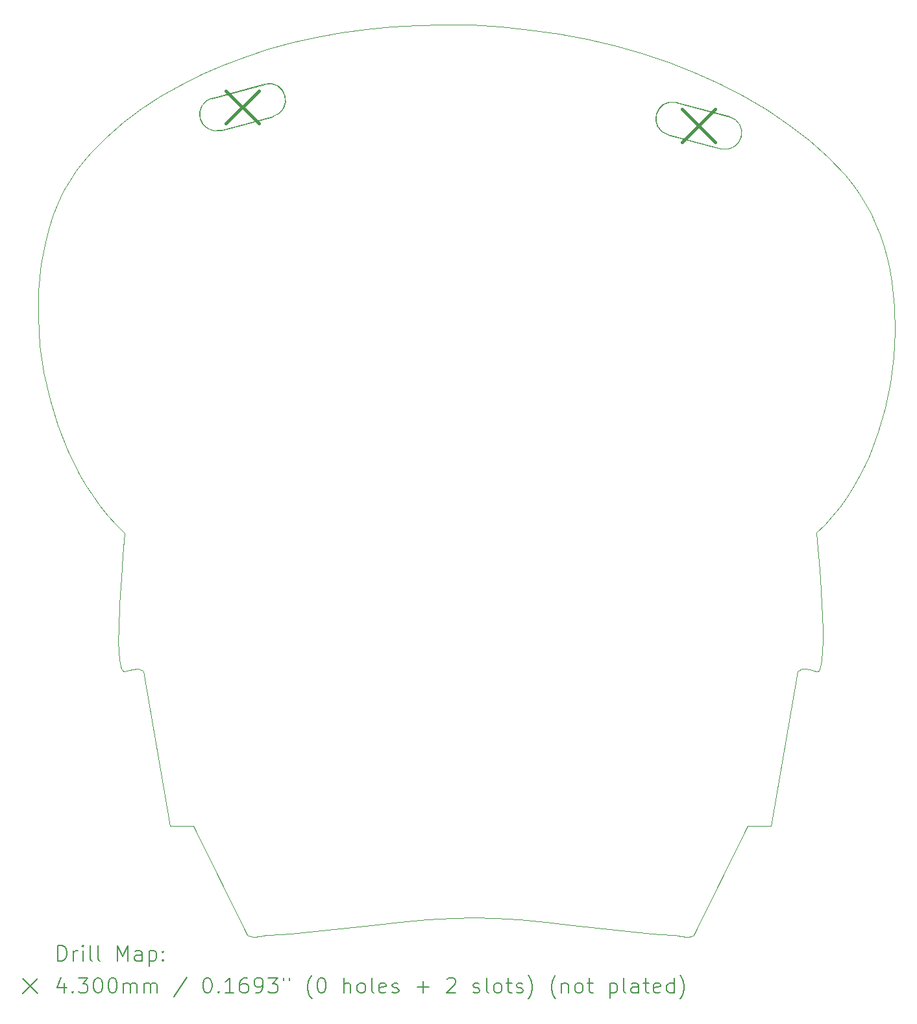
<source format=gbr>
%TF.GenerationSoftware,KiCad,Pcbnew,8.0.8*%
%TF.CreationDate,2025-02-28T00:55:34-06:00*%
%TF.ProjectId,B-Sides 2025,422d5369-6465-4732-9032-3032352e6b69,rev?*%
%TF.SameCoordinates,Original*%
%TF.FileFunction,Drillmap*%
%TF.FilePolarity,Positive*%
%FSLAX45Y45*%
G04 Gerber Fmt 4.5, Leading zero omitted, Abs format (unit mm)*
G04 Created by KiCad (PCBNEW 8.0.8) date 2025-02-28 00:55:34*
%MOMM*%
%LPD*%
G01*
G04 APERTURE LIST*
%ADD10C,0.020000*%
%ADD11C,0.050000*%
%ADD12C,0.200000*%
%ADD13C,0.430000*%
%ADD14C,0.100000*%
G04 APERTURE END LIST*
D10*
X10893576Y-3616447D02*
X11273031Y-3638961D01*
X11650793Y-3677376D01*
X12025462Y-3731598D01*
X12395640Y-3801532D01*
X12759928Y-3887085D01*
X13116926Y-3988162D01*
X13465236Y-4104671D01*
X13803457Y-4236516D01*
X14130192Y-4383603D01*
X14444041Y-4545840D01*
X14743604Y-4723132D01*
X15027484Y-4915384D01*
X15294280Y-5122504D01*
X15542593Y-5344397D01*
X15771025Y-5580969D01*
X15864490Y-5693455D01*
X15950367Y-5812943D01*
X16028735Y-5938945D01*
X16099673Y-6070975D01*
X16163262Y-6208545D01*
X16219582Y-6351169D01*
X16268711Y-6498358D01*
X16310731Y-6649626D01*
X16345721Y-6804486D01*
X16373760Y-6962450D01*
X16409308Y-7285745D01*
X16418012Y-7615613D01*
X16400510Y-7948157D01*
X16357443Y-8279480D01*
X16289447Y-8605686D01*
X16197161Y-8922877D01*
X16081225Y-9227156D01*
X16014587Y-9373236D01*
X15942276Y-9514627D01*
X15864371Y-9650842D01*
X15780952Y-9781393D01*
X15692100Y-9905794D01*
X15597893Y-10023557D01*
X15498412Y-10134195D01*
X15393737Y-10237221D01*
X15393324Y-10245282D01*
X15419412Y-10534102D01*
X15442185Y-10829027D01*
X15462702Y-11165537D01*
X15474405Y-11499568D01*
X15474902Y-11651882D01*
X15470736Y-11787050D01*
X15461087Y-11899565D01*
X15445137Y-11983918D01*
X15434542Y-12013812D01*
X15422065Y-12034600D01*
X15407602Y-12045593D01*
X15391052Y-12046103D01*
X15358061Y-12036903D01*
X15329330Y-12029121D01*
X15304449Y-12022716D01*
X15283007Y-12017647D01*
X15273448Y-12015601D01*
X15264594Y-12013874D01*
X15256395Y-12012460D01*
X15248800Y-12011354D01*
X15241757Y-12010551D01*
X15235214Y-12010047D01*
X15229121Y-12009836D01*
X15223426Y-12009912D01*
X15218078Y-12010271D01*
X15213025Y-12010908D01*
X15208217Y-12011818D01*
X15203602Y-12012994D01*
X15199129Y-12014433D01*
X15194746Y-12016129D01*
X15190402Y-12018077D01*
X15186046Y-12020272D01*
X15181627Y-12022709D01*
X15177093Y-12025382D01*
X15167475Y-12031418D01*
X15144607Y-12046103D01*
X14800493Y-14061794D01*
X14496842Y-14061794D01*
X13792545Y-15483670D01*
X13785033Y-15488013D01*
X13777364Y-15491836D01*
X13769546Y-15495163D01*
X13761585Y-15498017D01*
X13753491Y-15500423D01*
X13745270Y-15502405D01*
X13728480Y-15505192D01*
X13711279Y-15506570D01*
X13693728Y-15506731D01*
X13675891Y-15505867D01*
X13657828Y-15504171D01*
X13639603Y-15501834D01*
X13621278Y-15499048D01*
X13584577Y-15492900D01*
X13548224Y-15487262D01*
X13530333Y-15485114D01*
X13512717Y-15483670D01*
X13240712Y-15462781D01*
X12924839Y-15431647D01*
X12219911Y-15354604D01*
X11860066Y-15316671D01*
X11514772Y-15284449D01*
X11198635Y-15261925D01*
X10926259Y-15253090D01*
X10642127Y-15260888D01*
X10314193Y-15282925D01*
X9957077Y-15315085D01*
X9585394Y-15353251D01*
X8856797Y-15431141D01*
X8529117Y-15462634D01*
X8245338Y-15483670D01*
X8227719Y-15485073D01*
X8209826Y-15487190D01*
X8173471Y-15492794D01*
X8136769Y-15498939D01*
X8118445Y-15501730D01*
X8100220Y-15504077D01*
X8082159Y-15505786D01*
X8064322Y-15506665D01*
X8046772Y-15506519D01*
X8029572Y-15505156D01*
X8021122Y-15503958D01*
X8012783Y-15502383D01*
X8004562Y-15500407D01*
X7996468Y-15498007D01*
X7988508Y-15495157D01*
X7980690Y-15491833D01*
X7973021Y-15488012D01*
X7965510Y-15483670D01*
X7261212Y-14061794D01*
X6957561Y-14061794D01*
X6613447Y-12046103D01*
X6590581Y-12031770D01*
X6580963Y-12026117D01*
X6572007Y-12021476D01*
X6563306Y-12017853D01*
X6554447Y-12015249D01*
X6545022Y-12013669D01*
X6534620Y-12013117D01*
X6522832Y-12013595D01*
X6509247Y-12015108D01*
X6493456Y-12017658D01*
X6475048Y-12021250D01*
X6428744Y-12031572D01*
X6367054Y-12046103D01*
X6350526Y-12044842D01*
X6336109Y-12033193D01*
X6323700Y-12011840D01*
X6313194Y-11981467D01*
X6297476Y-11896395D01*
X6288124Y-11783448D01*
X6284304Y-11648099D01*
X6285184Y-11495816D01*
X6297715Y-11162336D01*
X6319055Y-10826775D01*
X6342543Y-10532902D01*
X6369327Y-10245282D01*
X6368965Y-10239081D01*
X6368925Y-10239050D01*
X6368884Y-10239021D01*
X6368843Y-10238994D01*
X6368801Y-10238969D01*
X6368759Y-10238945D01*
X6368716Y-10238923D01*
X6368629Y-10238879D01*
X6368543Y-10238835D01*
X6368500Y-10238811D01*
X6368457Y-10238787D01*
X6368415Y-10238761D01*
X6368373Y-10238732D01*
X6368332Y-10238702D01*
X6368292Y-10238669D01*
X6255996Y-10129317D01*
X6148892Y-10011642D01*
X6047097Y-9886184D01*
X5950725Y-9753479D01*
X5859892Y-9614065D01*
X5774714Y-9468480D01*
X5621785Y-9160948D01*
X5492860Y-8835183D01*
X5388865Y-8495486D01*
X5310723Y-8146160D01*
X5259359Y-7791505D01*
X5235697Y-7435824D01*
X5240662Y-7083416D01*
X5254168Y-6909785D01*
X5275177Y-6738585D01*
X5303805Y-6570354D01*
X5340167Y-6405630D01*
X5384379Y-6244951D01*
X5436556Y-6088854D01*
X5496813Y-5937877D01*
X5565268Y-5792558D01*
X5642034Y-5653434D01*
X5727227Y-5521043D01*
X5820963Y-5395922D01*
X5923358Y-5278610D01*
X6129332Y-5075370D01*
X6350582Y-4885623D01*
X6586145Y-4709307D01*
X6835062Y-4546356D01*
X7096372Y-4396705D01*
X7369112Y-4260291D01*
X7652323Y-4137047D01*
X7945043Y-4026911D01*
X8246312Y-3929818D01*
X8555169Y-3845702D01*
X8870651Y-3774499D01*
X9191799Y-3716145D01*
X9517652Y-3670576D01*
X9847248Y-3637726D01*
X10179627Y-3617531D01*
X10513827Y-3609926D01*
X10893576Y-3616447D01*
D11*
X14252126Y-4808592D02*
G75*
G02*
X14136451Y-5232754I-56895J-212338D01*
G01*
X13462186Y-5052095D02*
G75*
G02*
X13577861Y-4627932I56895J212338D01*
G01*
X13577861Y-4627932D02*
X14252126Y-4808592D01*
X13462186Y-5052095D02*
X14136451Y-5232754D01*
X8185334Y-4386418D02*
G75*
G02*
X8297238Y-4811591I56896J-212338D01*
G01*
X7622978Y-4992268D02*
G75*
G02*
X7511074Y-4567095I-56896J212338D01*
G01*
X8297238Y-4811591D02*
X7622978Y-4992268D01*
X8185334Y-4386418D02*
X7511074Y-4567095D01*
D12*
D13*
X7689156Y-4474343D02*
X8119156Y-4904343D01*
X8119156Y-4474343D02*
X7689156Y-4904343D01*
D14*
X7612069Y-4990192D02*
X8307535Y-4803842D01*
X8196243Y-4388494D02*
G75*
G02*
X8307535Y-4803842I55646J-207674D01*
G01*
X8196243Y-4388494D02*
X7500777Y-4574844D01*
X7500777Y-4574844D02*
G75*
G03*
X7612069Y-4990192I55646J-207674D01*
G01*
D13*
X13642156Y-4715343D02*
X14072156Y-5145343D01*
X14072156Y-4715343D02*
X13642156Y-5145343D01*
D14*
X14260535Y-4815844D02*
X13565069Y-4629494D01*
X13453777Y-5044842D02*
G75*
G02*
X13565069Y-4629494I55646J207674D01*
G01*
X13453777Y-5044842D02*
X14149243Y-5231192D01*
X14149243Y-5231192D02*
G75*
G03*
X14260535Y-4815844I55646J207674D01*
G01*
D12*
X5495474Y-15819215D02*
X5495474Y-15619215D01*
X5495474Y-15619215D02*
X5543093Y-15619215D01*
X5543093Y-15619215D02*
X5571665Y-15628738D01*
X5571665Y-15628738D02*
X5590712Y-15647786D01*
X5590712Y-15647786D02*
X5600236Y-15666834D01*
X5600236Y-15666834D02*
X5609760Y-15704929D01*
X5609760Y-15704929D02*
X5609760Y-15733500D01*
X5609760Y-15733500D02*
X5600236Y-15771596D01*
X5600236Y-15771596D02*
X5590712Y-15790643D01*
X5590712Y-15790643D02*
X5571665Y-15809691D01*
X5571665Y-15809691D02*
X5543093Y-15819215D01*
X5543093Y-15819215D02*
X5495474Y-15819215D01*
X5695474Y-15819215D02*
X5695474Y-15685881D01*
X5695474Y-15723977D02*
X5704998Y-15704929D01*
X5704998Y-15704929D02*
X5714522Y-15695405D01*
X5714522Y-15695405D02*
X5733569Y-15685881D01*
X5733569Y-15685881D02*
X5752617Y-15685881D01*
X5819284Y-15819215D02*
X5819284Y-15685881D01*
X5819284Y-15619215D02*
X5809760Y-15628738D01*
X5809760Y-15628738D02*
X5819284Y-15638262D01*
X5819284Y-15638262D02*
X5828807Y-15628738D01*
X5828807Y-15628738D02*
X5819284Y-15619215D01*
X5819284Y-15619215D02*
X5819284Y-15638262D01*
X5943093Y-15819215D02*
X5924045Y-15809691D01*
X5924045Y-15809691D02*
X5914522Y-15790643D01*
X5914522Y-15790643D02*
X5914522Y-15619215D01*
X6047855Y-15819215D02*
X6028807Y-15809691D01*
X6028807Y-15809691D02*
X6019284Y-15790643D01*
X6019284Y-15790643D02*
X6019284Y-15619215D01*
X6276426Y-15819215D02*
X6276426Y-15619215D01*
X6276426Y-15619215D02*
X6343093Y-15762072D01*
X6343093Y-15762072D02*
X6409760Y-15619215D01*
X6409760Y-15619215D02*
X6409760Y-15819215D01*
X6590712Y-15819215D02*
X6590712Y-15714453D01*
X6590712Y-15714453D02*
X6581188Y-15695405D01*
X6581188Y-15695405D02*
X6562141Y-15685881D01*
X6562141Y-15685881D02*
X6524045Y-15685881D01*
X6524045Y-15685881D02*
X6504998Y-15695405D01*
X6590712Y-15809691D02*
X6571665Y-15819215D01*
X6571665Y-15819215D02*
X6524045Y-15819215D01*
X6524045Y-15819215D02*
X6504998Y-15809691D01*
X6504998Y-15809691D02*
X6495474Y-15790643D01*
X6495474Y-15790643D02*
X6495474Y-15771596D01*
X6495474Y-15771596D02*
X6504998Y-15752548D01*
X6504998Y-15752548D02*
X6524045Y-15743024D01*
X6524045Y-15743024D02*
X6571665Y-15743024D01*
X6571665Y-15743024D02*
X6590712Y-15733500D01*
X6685950Y-15685881D02*
X6685950Y-15885881D01*
X6685950Y-15695405D02*
X6704998Y-15685881D01*
X6704998Y-15685881D02*
X6743093Y-15685881D01*
X6743093Y-15685881D02*
X6762141Y-15695405D01*
X6762141Y-15695405D02*
X6771665Y-15704929D01*
X6771665Y-15704929D02*
X6781188Y-15723977D01*
X6781188Y-15723977D02*
X6781188Y-15781119D01*
X6781188Y-15781119D02*
X6771665Y-15800167D01*
X6771665Y-15800167D02*
X6762141Y-15809691D01*
X6762141Y-15809691D02*
X6743093Y-15819215D01*
X6743093Y-15819215D02*
X6704998Y-15819215D01*
X6704998Y-15819215D02*
X6685950Y-15809691D01*
X6866903Y-15800167D02*
X6876426Y-15809691D01*
X6876426Y-15809691D02*
X6866903Y-15819215D01*
X6866903Y-15819215D02*
X6857379Y-15809691D01*
X6857379Y-15809691D02*
X6866903Y-15800167D01*
X6866903Y-15800167D02*
X6866903Y-15819215D01*
X6866903Y-15695405D02*
X6876426Y-15704929D01*
X6876426Y-15704929D02*
X6866903Y-15714453D01*
X6866903Y-15714453D02*
X6857379Y-15704929D01*
X6857379Y-15704929D02*
X6866903Y-15695405D01*
X6866903Y-15695405D02*
X6866903Y-15714453D01*
X5034697Y-16047731D02*
X5234697Y-16247731D01*
X5234697Y-16047731D02*
X5034697Y-16247731D01*
X5581188Y-16105881D02*
X5581188Y-16239215D01*
X5533569Y-16029691D02*
X5485950Y-16172548D01*
X5485950Y-16172548D02*
X5609760Y-16172548D01*
X5685950Y-16220167D02*
X5695474Y-16229691D01*
X5695474Y-16229691D02*
X5685950Y-16239215D01*
X5685950Y-16239215D02*
X5676426Y-16229691D01*
X5676426Y-16229691D02*
X5685950Y-16220167D01*
X5685950Y-16220167D02*
X5685950Y-16239215D01*
X5762141Y-16039215D02*
X5885950Y-16039215D01*
X5885950Y-16039215D02*
X5819284Y-16115405D01*
X5819284Y-16115405D02*
X5847855Y-16115405D01*
X5847855Y-16115405D02*
X5866903Y-16124929D01*
X5866903Y-16124929D02*
X5876426Y-16134453D01*
X5876426Y-16134453D02*
X5885950Y-16153500D01*
X5885950Y-16153500D02*
X5885950Y-16201119D01*
X5885950Y-16201119D02*
X5876426Y-16220167D01*
X5876426Y-16220167D02*
X5866903Y-16229691D01*
X5866903Y-16229691D02*
X5847855Y-16239215D01*
X5847855Y-16239215D02*
X5790712Y-16239215D01*
X5790712Y-16239215D02*
X5771665Y-16229691D01*
X5771665Y-16229691D02*
X5762141Y-16220167D01*
X6009760Y-16039215D02*
X6028807Y-16039215D01*
X6028807Y-16039215D02*
X6047855Y-16048738D01*
X6047855Y-16048738D02*
X6057379Y-16058262D01*
X6057379Y-16058262D02*
X6066903Y-16077310D01*
X6066903Y-16077310D02*
X6076426Y-16115405D01*
X6076426Y-16115405D02*
X6076426Y-16163024D01*
X6076426Y-16163024D02*
X6066903Y-16201119D01*
X6066903Y-16201119D02*
X6057379Y-16220167D01*
X6057379Y-16220167D02*
X6047855Y-16229691D01*
X6047855Y-16229691D02*
X6028807Y-16239215D01*
X6028807Y-16239215D02*
X6009760Y-16239215D01*
X6009760Y-16239215D02*
X5990712Y-16229691D01*
X5990712Y-16229691D02*
X5981188Y-16220167D01*
X5981188Y-16220167D02*
X5971665Y-16201119D01*
X5971665Y-16201119D02*
X5962141Y-16163024D01*
X5962141Y-16163024D02*
X5962141Y-16115405D01*
X5962141Y-16115405D02*
X5971665Y-16077310D01*
X5971665Y-16077310D02*
X5981188Y-16058262D01*
X5981188Y-16058262D02*
X5990712Y-16048738D01*
X5990712Y-16048738D02*
X6009760Y-16039215D01*
X6200236Y-16039215D02*
X6219284Y-16039215D01*
X6219284Y-16039215D02*
X6238331Y-16048738D01*
X6238331Y-16048738D02*
X6247855Y-16058262D01*
X6247855Y-16058262D02*
X6257379Y-16077310D01*
X6257379Y-16077310D02*
X6266903Y-16115405D01*
X6266903Y-16115405D02*
X6266903Y-16163024D01*
X6266903Y-16163024D02*
X6257379Y-16201119D01*
X6257379Y-16201119D02*
X6247855Y-16220167D01*
X6247855Y-16220167D02*
X6238331Y-16229691D01*
X6238331Y-16229691D02*
X6219284Y-16239215D01*
X6219284Y-16239215D02*
X6200236Y-16239215D01*
X6200236Y-16239215D02*
X6181188Y-16229691D01*
X6181188Y-16229691D02*
X6171665Y-16220167D01*
X6171665Y-16220167D02*
X6162141Y-16201119D01*
X6162141Y-16201119D02*
X6152617Y-16163024D01*
X6152617Y-16163024D02*
X6152617Y-16115405D01*
X6152617Y-16115405D02*
X6162141Y-16077310D01*
X6162141Y-16077310D02*
X6171665Y-16058262D01*
X6171665Y-16058262D02*
X6181188Y-16048738D01*
X6181188Y-16048738D02*
X6200236Y-16039215D01*
X6352617Y-16239215D02*
X6352617Y-16105881D01*
X6352617Y-16124929D02*
X6362141Y-16115405D01*
X6362141Y-16115405D02*
X6381188Y-16105881D01*
X6381188Y-16105881D02*
X6409760Y-16105881D01*
X6409760Y-16105881D02*
X6428807Y-16115405D01*
X6428807Y-16115405D02*
X6438331Y-16134453D01*
X6438331Y-16134453D02*
X6438331Y-16239215D01*
X6438331Y-16134453D02*
X6447855Y-16115405D01*
X6447855Y-16115405D02*
X6466903Y-16105881D01*
X6466903Y-16105881D02*
X6495474Y-16105881D01*
X6495474Y-16105881D02*
X6514522Y-16115405D01*
X6514522Y-16115405D02*
X6524046Y-16134453D01*
X6524046Y-16134453D02*
X6524046Y-16239215D01*
X6619284Y-16239215D02*
X6619284Y-16105881D01*
X6619284Y-16124929D02*
X6628807Y-16115405D01*
X6628807Y-16115405D02*
X6647855Y-16105881D01*
X6647855Y-16105881D02*
X6676427Y-16105881D01*
X6676427Y-16105881D02*
X6695474Y-16115405D01*
X6695474Y-16115405D02*
X6704998Y-16134453D01*
X6704998Y-16134453D02*
X6704998Y-16239215D01*
X6704998Y-16134453D02*
X6714522Y-16115405D01*
X6714522Y-16115405D02*
X6733569Y-16105881D01*
X6733569Y-16105881D02*
X6762141Y-16105881D01*
X6762141Y-16105881D02*
X6781188Y-16115405D01*
X6781188Y-16115405D02*
X6790712Y-16134453D01*
X6790712Y-16134453D02*
X6790712Y-16239215D01*
X7181188Y-16029691D02*
X7009760Y-16286834D01*
X7438331Y-16039215D02*
X7457379Y-16039215D01*
X7457379Y-16039215D02*
X7476427Y-16048738D01*
X7476427Y-16048738D02*
X7485950Y-16058262D01*
X7485950Y-16058262D02*
X7495474Y-16077310D01*
X7495474Y-16077310D02*
X7504998Y-16115405D01*
X7504998Y-16115405D02*
X7504998Y-16163024D01*
X7504998Y-16163024D02*
X7495474Y-16201119D01*
X7495474Y-16201119D02*
X7485950Y-16220167D01*
X7485950Y-16220167D02*
X7476427Y-16229691D01*
X7476427Y-16229691D02*
X7457379Y-16239215D01*
X7457379Y-16239215D02*
X7438331Y-16239215D01*
X7438331Y-16239215D02*
X7419284Y-16229691D01*
X7419284Y-16229691D02*
X7409760Y-16220167D01*
X7409760Y-16220167D02*
X7400236Y-16201119D01*
X7400236Y-16201119D02*
X7390712Y-16163024D01*
X7390712Y-16163024D02*
X7390712Y-16115405D01*
X7390712Y-16115405D02*
X7400236Y-16077310D01*
X7400236Y-16077310D02*
X7409760Y-16058262D01*
X7409760Y-16058262D02*
X7419284Y-16048738D01*
X7419284Y-16048738D02*
X7438331Y-16039215D01*
X7590712Y-16220167D02*
X7600236Y-16229691D01*
X7600236Y-16229691D02*
X7590712Y-16239215D01*
X7590712Y-16239215D02*
X7581189Y-16229691D01*
X7581189Y-16229691D02*
X7590712Y-16220167D01*
X7590712Y-16220167D02*
X7590712Y-16239215D01*
X7790712Y-16239215D02*
X7676427Y-16239215D01*
X7733569Y-16239215D02*
X7733569Y-16039215D01*
X7733569Y-16039215D02*
X7714522Y-16067786D01*
X7714522Y-16067786D02*
X7695474Y-16086834D01*
X7695474Y-16086834D02*
X7676427Y-16096357D01*
X7962141Y-16039215D02*
X7924046Y-16039215D01*
X7924046Y-16039215D02*
X7904998Y-16048738D01*
X7904998Y-16048738D02*
X7895474Y-16058262D01*
X7895474Y-16058262D02*
X7876427Y-16086834D01*
X7876427Y-16086834D02*
X7866903Y-16124929D01*
X7866903Y-16124929D02*
X7866903Y-16201119D01*
X7866903Y-16201119D02*
X7876427Y-16220167D01*
X7876427Y-16220167D02*
X7885950Y-16229691D01*
X7885950Y-16229691D02*
X7904998Y-16239215D01*
X7904998Y-16239215D02*
X7943093Y-16239215D01*
X7943093Y-16239215D02*
X7962141Y-16229691D01*
X7962141Y-16229691D02*
X7971665Y-16220167D01*
X7971665Y-16220167D02*
X7981189Y-16201119D01*
X7981189Y-16201119D02*
X7981189Y-16153500D01*
X7981189Y-16153500D02*
X7971665Y-16134453D01*
X7971665Y-16134453D02*
X7962141Y-16124929D01*
X7962141Y-16124929D02*
X7943093Y-16115405D01*
X7943093Y-16115405D02*
X7904998Y-16115405D01*
X7904998Y-16115405D02*
X7885950Y-16124929D01*
X7885950Y-16124929D02*
X7876427Y-16134453D01*
X7876427Y-16134453D02*
X7866903Y-16153500D01*
X8076427Y-16239215D02*
X8114522Y-16239215D01*
X8114522Y-16239215D02*
X8133570Y-16229691D01*
X8133570Y-16229691D02*
X8143093Y-16220167D01*
X8143093Y-16220167D02*
X8162141Y-16191596D01*
X8162141Y-16191596D02*
X8171665Y-16153500D01*
X8171665Y-16153500D02*
X8171665Y-16077310D01*
X8171665Y-16077310D02*
X8162141Y-16058262D01*
X8162141Y-16058262D02*
X8152617Y-16048738D01*
X8152617Y-16048738D02*
X8133570Y-16039215D01*
X8133570Y-16039215D02*
X8095474Y-16039215D01*
X8095474Y-16039215D02*
X8076427Y-16048738D01*
X8076427Y-16048738D02*
X8066903Y-16058262D01*
X8066903Y-16058262D02*
X8057379Y-16077310D01*
X8057379Y-16077310D02*
X8057379Y-16124929D01*
X8057379Y-16124929D02*
X8066903Y-16143977D01*
X8066903Y-16143977D02*
X8076427Y-16153500D01*
X8076427Y-16153500D02*
X8095474Y-16163024D01*
X8095474Y-16163024D02*
X8133570Y-16163024D01*
X8133570Y-16163024D02*
X8152617Y-16153500D01*
X8152617Y-16153500D02*
X8162141Y-16143977D01*
X8162141Y-16143977D02*
X8171665Y-16124929D01*
X8238331Y-16039215D02*
X8362141Y-16039215D01*
X8362141Y-16039215D02*
X8295474Y-16115405D01*
X8295474Y-16115405D02*
X8324046Y-16115405D01*
X8324046Y-16115405D02*
X8343093Y-16124929D01*
X8343093Y-16124929D02*
X8352617Y-16134453D01*
X8352617Y-16134453D02*
X8362141Y-16153500D01*
X8362141Y-16153500D02*
X8362141Y-16201119D01*
X8362141Y-16201119D02*
X8352617Y-16220167D01*
X8352617Y-16220167D02*
X8343093Y-16229691D01*
X8343093Y-16229691D02*
X8324046Y-16239215D01*
X8324046Y-16239215D02*
X8266903Y-16239215D01*
X8266903Y-16239215D02*
X8247855Y-16229691D01*
X8247855Y-16229691D02*
X8238331Y-16220167D01*
X8438332Y-16039215D02*
X8438332Y-16077310D01*
X8514522Y-16039215D02*
X8514522Y-16077310D01*
X8809760Y-16315405D02*
X8800236Y-16305881D01*
X8800236Y-16305881D02*
X8781189Y-16277310D01*
X8781189Y-16277310D02*
X8771665Y-16258262D01*
X8771665Y-16258262D02*
X8762141Y-16229691D01*
X8762141Y-16229691D02*
X8752617Y-16182072D01*
X8752617Y-16182072D02*
X8752617Y-16143977D01*
X8752617Y-16143977D02*
X8762141Y-16096357D01*
X8762141Y-16096357D02*
X8771665Y-16067786D01*
X8771665Y-16067786D02*
X8781189Y-16048738D01*
X8781189Y-16048738D02*
X8800236Y-16020167D01*
X8800236Y-16020167D02*
X8809760Y-16010643D01*
X8924046Y-16039215D02*
X8943094Y-16039215D01*
X8943094Y-16039215D02*
X8962141Y-16048738D01*
X8962141Y-16048738D02*
X8971665Y-16058262D01*
X8971665Y-16058262D02*
X8981189Y-16077310D01*
X8981189Y-16077310D02*
X8990713Y-16115405D01*
X8990713Y-16115405D02*
X8990713Y-16163024D01*
X8990713Y-16163024D02*
X8981189Y-16201119D01*
X8981189Y-16201119D02*
X8971665Y-16220167D01*
X8971665Y-16220167D02*
X8962141Y-16229691D01*
X8962141Y-16229691D02*
X8943094Y-16239215D01*
X8943094Y-16239215D02*
X8924046Y-16239215D01*
X8924046Y-16239215D02*
X8904998Y-16229691D01*
X8904998Y-16229691D02*
X8895474Y-16220167D01*
X8895474Y-16220167D02*
X8885951Y-16201119D01*
X8885951Y-16201119D02*
X8876427Y-16163024D01*
X8876427Y-16163024D02*
X8876427Y-16115405D01*
X8876427Y-16115405D02*
X8885951Y-16077310D01*
X8885951Y-16077310D02*
X8895474Y-16058262D01*
X8895474Y-16058262D02*
X8904998Y-16048738D01*
X8904998Y-16048738D02*
X8924046Y-16039215D01*
X9228808Y-16239215D02*
X9228808Y-16039215D01*
X9314522Y-16239215D02*
X9314522Y-16134453D01*
X9314522Y-16134453D02*
X9304998Y-16115405D01*
X9304998Y-16115405D02*
X9285951Y-16105881D01*
X9285951Y-16105881D02*
X9257379Y-16105881D01*
X9257379Y-16105881D02*
X9238332Y-16115405D01*
X9238332Y-16115405D02*
X9228808Y-16124929D01*
X9438332Y-16239215D02*
X9419284Y-16229691D01*
X9419284Y-16229691D02*
X9409760Y-16220167D01*
X9409760Y-16220167D02*
X9400236Y-16201119D01*
X9400236Y-16201119D02*
X9400236Y-16143977D01*
X9400236Y-16143977D02*
X9409760Y-16124929D01*
X9409760Y-16124929D02*
X9419284Y-16115405D01*
X9419284Y-16115405D02*
X9438332Y-16105881D01*
X9438332Y-16105881D02*
X9466903Y-16105881D01*
X9466903Y-16105881D02*
X9485951Y-16115405D01*
X9485951Y-16115405D02*
X9495475Y-16124929D01*
X9495475Y-16124929D02*
X9504998Y-16143977D01*
X9504998Y-16143977D02*
X9504998Y-16201119D01*
X9504998Y-16201119D02*
X9495475Y-16220167D01*
X9495475Y-16220167D02*
X9485951Y-16229691D01*
X9485951Y-16229691D02*
X9466903Y-16239215D01*
X9466903Y-16239215D02*
X9438332Y-16239215D01*
X9619284Y-16239215D02*
X9600236Y-16229691D01*
X9600236Y-16229691D02*
X9590713Y-16210643D01*
X9590713Y-16210643D02*
X9590713Y-16039215D01*
X9771665Y-16229691D02*
X9752617Y-16239215D01*
X9752617Y-16239215D02*
X9714522Y-16239215D01*
X9714522Y-16239215D02*
X9695475Y-16229691D01*
X9695475Y-16229691D02*
X9685951Y-16210643D01*
X9685951Y-16210643D02*
X9685951Y-16134453D01*
X9685951Y-16134453D02*
X9695475Y-16115405D01*
X9695475Y-16115405D02*
X9714522Y-16105881D01*
X9714522Y-16105881D02*
X9752617Y-16105881D01*
X9752617Y-16105881D02*
X9771665Y-16115405D01*
X9771665Y-16115405D02*
X9781189Y-16134453D01*
X9781189Y-16134453D02*
X9781189Y-16153500D01*
X9781189Y-16153500D02*
X9685951Y-16172548D01*
X9857379Y-16229691D02*
X9876427Y-16239215D01*
X9876427Y-16239215D02*
X9914522Y-16239215D01*
X9914522Y-16239215D02*
X9933570Y-16229691D01*
X9933570Y-16229691D02*
X9943094Y-16210643D01*
X9943094Y-16210643D02*
X9943094Y-16201119D01*
X9943094Y-16201119D02*
X9933570Y-16182072D01*
X9933570Y-16182072D02*
X9914522Y-16172548D01*
X9914522Y-16172548D02*
X9885951Y-16172548D01*
X9885951Y-16172548D02*
X9866903Y-16163024D01*
X9866903Y-16163024D02*
X9857379Y-16143977D01*
X9857379Y-16143977D02*
X9857379Y-16134453D01*
X9857379Y-16134453D02*
X9866903Y-16115405D01*
X9866903Y-16115405D02*
X9885951Y-16105881D01*
X9885951Y-16105881D02*
X9914522Y-16105881D01*
X9914522Y-16105881D02*
X9933570Y-16115405D01*
X10181189Y-16163024D02*
X10333570Y-16163024D01*
X10257379Y-16239215D02*
X10257379Y-16086834D01*
X10571665Y-16058262D02*
X10581189Y-16048738D01*
X10581189Y-16048738D02*
X10600237Y-16039215D01*
X10600237Y-16039215D02*
X10647856Y-16039215D01*
X10647856Y-16039215D02*
X10666903Y-16048738D01*
X10666903Y-16048738D02*
X10676427Y-16058262D01*
X10676427Y-16058262D02*
X10685951Y-16077310D01*
X10685951Y-16077310D02*
X10685951Y-16096357D01*
X10685951Y-16096357D02*
X10676427Y-16124929D01*
X10676427Y-16124929D02*
X10562141Y-16239215D01*
X10562141Y-16239215D02*
X10685951Y-16239215D01*
X10914522Y-16229691D02*
X10933570Y-16239215D01*
X10933570Y-16239215D02*
X10971665Y-16239215D01*
X10971665Y-16239215D02*
X10990713Y-16229691D01*
X10990713Y-16229691D02*
X11000237Y-16210643D01*
X11000237Y-16210643D02*
X11000237Y-16201119D01*
X11000237Y-16201119D02*
X10990713Y-16182072D01*
X10990713Y-16182072D02*
X10971665Y-16172548D01*
X10971665Y-16172548D02*
X10943094Y-16172548D01*
X10943094Y-16172548D02*
X10924046Y-16163024D01*
X10924046Y-16163024D02*
X10914522Y-16143977D01*
X10914522Y-16143977D02*
X10914522Y-16134453D01*
X10914522Y-16134453D02*
X10924046Y-16115405D01*
X10924046Y-16115405D02*
X10943094Y-16105881D01*
X10943094Y-16105881D02*
X10971665Y-16105881D01*
X10971665Y-16105881D02*
X10990713Y-16115405D01*
X11114522Y-16239215D02*
X11095475Y-16229691D01*
X11095475Y-16229691D02*
X11085951Y-16210643D01*
X11085951Y-16210643D02*
X11085951Y-16039215D01*
X11219284Y-16239215D02*
X11200237Y-16229691D01*
X11200237Y-16229691D02*
X11190713Y-16220167D01*
X11190713Y-16220167D02*
X11181189Y-16201119D01*
X11181189Y-16201119D02*
X11181189Y-16143977D01*
X11181189Y-16143977D02*
X11190713Y-16124929D01*
X11190713Y-16124929D02*
X11200237Y-16115405D01*
X11200237Y-16115405D02*
X11219284Y-16105881D01*
X11219284Y-16105881D02*
X11247856Y-16105881D01*
X11247856Y-16105881D02*
X11266903Y-16115405D01*
X11266903Y-16115405D02*
X11276427Y-16124929D01*
X11276427Y-16124929D02*
X11285951Y-16143977D01*
X11285951Y-16143977D02*
X11285951Y-16201119D01*
X11285951Y-16201119D02*
X11276427Y-16220167D01*
X11276427Y-16220167D02*
X11266903Y-16229691D01*
X11266903Y-16229691D02*
X11247856Y-16239215D01*
X11247856Y-16239215D02*
X11219284Y-16239215D01*
X11343094Y-16105881D02*
X11419284Y-16105881D01*
X11371665Y-16039215D02*
X11371665Y-16210643D01*
X11371665Y-16210643D02*
X11381189Y-16229691D01*
X11381189Y-16229691D02*
X11400237Y-16239215D01*
X11400237Y-16239215D02*
X11419284Y-16239215D01*
X11476427Y-16229691D02*
X11495475Y-16239215D01*
X11495475Y-16239215D02*
X11533570Y-16239215D01*
X11533570Y-16239215D02*
X11552618Y-16229691D01*
X11552618Y-16229691D02*
X11562141Y-16210643D01*
X11562141Y-16210643D02*
X11562141Y-16201119D01*
X11562141Y-16201119D02*
X11552618Y-16182072D01*
X11552618Y-16182072D02*
X11533570Y-16172548D01*
X11533570Y-16172548D02*
X11504998Y-16172548D01*
X11504998Y-16172548D02*
X11485951Y-16163024D01*
X11485951Y-16163024D02*
X11476427Y-16143977D01*
X11476427Y-16143977D02*
X11476427Y-16134453D01*
X11476427Y-16134453D02*
X11485951Y-16115405D01*
X11485951Y-16115405D02*
X11504998Y-16105881D01*
X11504998Y-16105881D02*
X11533570Y-16105881D01*
X11533570Y-16105881D02*
X11552618Y-16115405D01*
X11628808Y-16315405D02*
X11638332Y-16305881D01*
X11638332Y-16305881D02*
X11657379Y-16277310D01*
X11657379Y-16277310D02*
X11666903Y-16258262D01*
X11666903Y-16258262D02*
X11676427Y-16229691D01*
X11676427Y-16229691D02*
X11685951Y-16182072D01*
X11685951Y-16182072D02*
X11685951Y-16143977D01*
X11685951Y-16143977D02*
X11676427Y-16096357D01*
X11676427Y-16096357D02*
X11666903Y-16067786D01*
X11666903Y-16067786D02*
X11657379Y-16048738D01*
X11657379Y-16048738D02*
X11638332Y-16020167D01*
X11638332Y-16020167D02*
X11628808Y-16010643D01*
X11990713Y-16315405D02*
X11981189Y-16305881D01*
X11981189Y-16305881D02*
X11962141Y-16277310D01*
X11962141Y-16277310D02*
X11952618Y-16258262D01*
X11952618Y-16258262D02*
X11943094Y-16229691D01*
X11943094Y-16229691D02*
X11933570Y-16182072D01*
X11933570Y-16182072D02*
X11933570Y-16143977D01*
X11933570Y-16143977D02*
X11943094Y-16096357D01*
X11943094Y-16096357D02*
X11952618Y-16067786D01*
X11952618Y-16067786D02*
X11962141Y-16048738D01*
X11962141Y-16048738D02*
X11981189Y-16020167D01*
X11981189Y-16020167D02*
X11990713Y-16010643D01*
X12066903Y-16105881D02*
X12066903Y-16239215D01*
X12066903Y-16124929D02*
X12076427Y-16115405D01*
X12076427Y-16115405D02*
X12095475Y-16105881D01*
X12095475Y-16105881D02*
X12124046Y-16105881D01*
X12124046Y-16105881D02*
X12143094Y-16115405D01*
X12143094Y-16115405D02*
X12152618Y-16134453D01*
X12152618Y-16134453D02*
X12152618Y-16239215D01*
X12276427Y-16239215D02*
X12257379Y-16229691D01*
X12257379Y-16229691D02*
X12247856Y-16220167D01*
X12247856Y-16220167D02*
X12238332Y-16201119D01*
X12238332Y-16201119D02*
X12238332Y-16143977D01*
X12238332Y-16143977D02*
X12247856Y-16124929D01*
X12247856Y-16124929D02*
X12257379Y-16115405D01*
X12257379Y-16115405D02*
X12276427Y-16105881D01*
X12276427Y-16105881D02*
X12304999Y-16105881D01*
X12304999Y-16105881D02*
X12324046Y-16115405D01*
X12324046Y-16115405D02*
X12333570Y-16124929D01*
X12333570Y-16124929D02*
X12343094Y-16143977D01*
X12343094Y-16143977D02*
X12343094Y-16201119D01*
X12343094Y-16201119D02*
X12333570Y-16220167D01*
X12333570Y-16220167D02*
X12324046Y-16229691D01*
X12324046Y-16229691D02*
X12304999Y-16239215D01*
X12304999Y-16239215D02*
X12276427Y-16239215D01*
X12400237Y-16105881D02*
X12476427Y-16105881D01*
X12428808Y-16039215D02*
X12428808Y-16210643D01*
X12428808Y-16210643D02*
X12438332Y-16229691D01*
X12438332Y-16229691D02*
X12457379Y-16239215D01*
X12457379Y-16239215D02*
X12476427Y-16239215D01*
X12695475Y-16105881D02*
X12695475Y-16305881D01*
X12695475Y-16115405D02*
X12714522Y-16105881D01*
X12714522Y-16105881D02*
X12752618Y-16105881D01*
X12752618Y-16105881D02*
X12771665Y-16115405D01*
X12771665Y-16115405D02*
X12781189Y-16124929D01*
X12781189Y-16124929D02*
X12790713Y-16143977D01*
X12790713Y-16143977D02*
X12790713Y-16201119D01*
X12790713Y-16201119D02*
X12781189Y-16220167D01*
X12781189Y-16220167D02*
X12771665Y-16229691D01*
X12771665Y-16229691D02*
X12752618Y-16239215D01*
X12752618Y-16239215D02*
X12714522Y-16239215D01*
X12714522Y-16239215D02*
X12695475Y-16229691D01*
X12904999Y-16239215D02*
X12885951Y-16229691D01*
X12885951Y-16229691D02*
X12876427Y-16210643D01*
X12876427Y-16210643D02*
X12876427Y-16039215D01*
X13066903Y-16239215D02*
X13066903Y-16134453D01*
X13066903Y-16134453D02*
X13057380Y-16115405D01*
X13057380Y-16115405D02*
X13038332Y-16105881D01*
X13038332Y-16105881D02*
X13000237Y-16105881D01*
X13000237Y-16105881D02*
X12981189Y-16115405D01*
X13066903Y-16229691D02*
X13047856Y-16239215D01*
X13047856Y-16239215D02*
X13000237Y-16239215D01*
X13000237Y-16239215D02*
X12981189Y-16229691D01*
X12981189Y-16229691D02*
X12971665Y-16210643D01*
X12971665Y-16210643D02*
X12971665Y-16191596D01*
X12971665Y-16191596D02*
X12981189Y-16172548D01*
X12981189Y-16172548D02*
X13000237Y-16163024D01*
X13000237Y-16163024D02*
X13047856Y-16163024D01*
X13047856Y-16163024D02*
X13066903Y-16153500D01*
X13133570Y-16105881D02*
X13209760Y-16105881D01*
X13162141Y-16039215D02*
X13162141Y-16210643D01*
X13162141Y-16210643D02*
X13171665Y-16229691D01*
X13171665Y-16229691D02*
X13190713Y-16239215D01*
X13190713Y-16239215D02*
X13209760Y-16239215D01*
X13352618Y-16229691D02*
X13333570Y-16239215D01*
X13333570Y-16239215D02*
X13295475Y-16239215D01*
X13295475Y-16239215D02*
X13276427Y-16229691D01*
X13276427Y-16229691D02*
X13266903Y-16210643D01*
X13266903Y-16210643D02*
X13266903Y-16134453D01*
X13266903Y-16134453D02*
X13276427Y-16115405D01*
X13276427Y-16115405D02*
X13295475Y-16105881D01*
X13295475Y-16105881D02*
X13333570Y-16105881D01*
X13333570Y-16105881D02*
X13352618Y-16115405D01*
X13352618Y-16115405D02*
X13362141Y-16134453D01*
X13362141Y-16134453D02*
X13362141Y-16153500D01*
X13362141Y-16153500D02*
X13266903Y-16172548D01*
X13533570Y-16239215D02*
X13533570Y-16039215D01*
X13533570Y-16229691D02*
X13514522Y-16239215D01*
X13514522Y-16239215D02*
X13476427Y-16239215D01*
X13476427Y-16239215D02*
X13457380Y-16229691D01*
X13457380Y-16229691D02*
X13447856Y-16220167D01*
X13447856Y-16220167D02*
X13438332Y-16201119D01*
X13438332Y-16201119D02*
X13438332Y-16143977D01*
X13438332Y-16143977D02*
X13447856Y-16124929D01*
X13447856Y-16124929D02*
X13457380Y-16115405D01*
X13457380Y-16115405D02*
X13476427Y-16105881D01*
X13476427Y-16105881D02*
X13514522Y-16105881D01*
X13514522Y-16105881D02*
X13533570Y-16115405D01*
X13609761Y-16315405D02*
X13619284Y-16305881D01*
X13619284Y-16305881D02*
X13638332Y-16277310D01*
X13638332Y-16277310D02*
X13647856Y-16258262D01*
X13647856Y-16258262D02*
X13657380Y-16229691D01*
X13657380Y-16229691D02*
X13666903Y-16182072D01*
X13666903Y-16182072D02*
X13666903Y-16143977D01*
X13666903Y-16143977D02*
X13657380Y-16096357D01*
X13657380Y-16096357D02*
X13647856Y-16067786D01*
X13647856Y-16067786D02*
X13638332Y-16048738D01*
X13638332Y-16048738D02*
X13619284Y-16020167D01*
X13619284Y-16020167D02*
X13609761Y-16010643D01*
M02*

</source>
